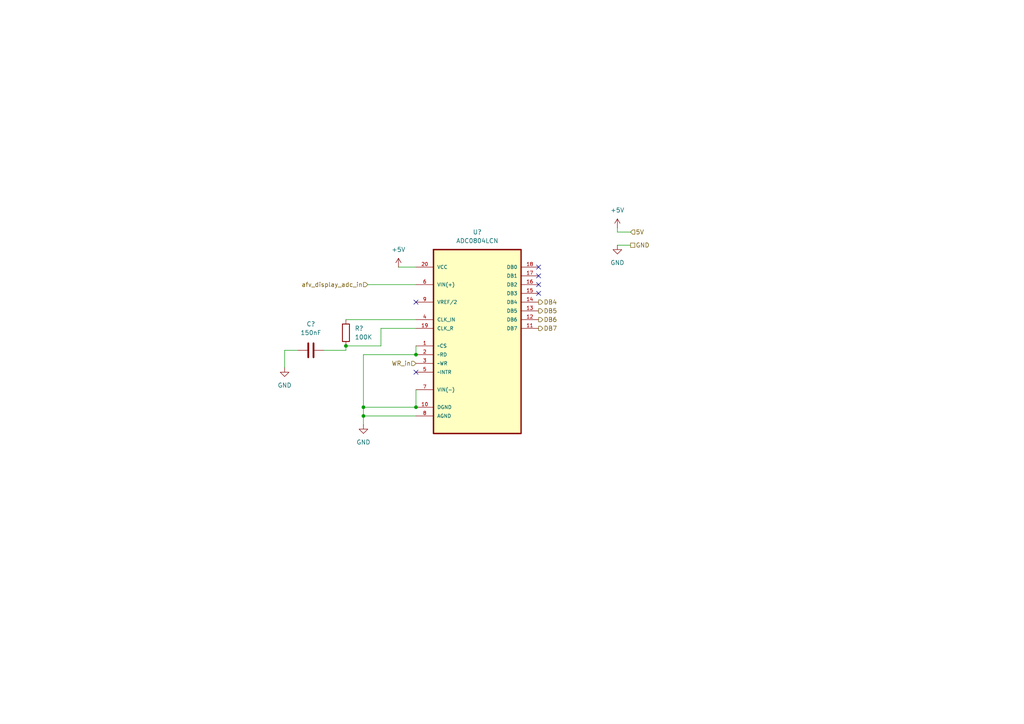
<source format=kicad_sch>
(kicad_sch (version 20231120) (generator "eeschema") (generator_version "8.0")
  (paper "A4")
  (lib_symbols
    (symbol "ADC0804LCN:ADC0804LCN" (pin_names (offset 1.016))
      (property "Reference" "U" (at -5.8785 24.6338 0))
      (property "Value" "ADC0804LCN" (at -5.1859 -33.4032 0))
      (symbol "ADC0804LCN_0_0"
        (rectangle (start -12.7 -30.48) (end 12.7 22.86) (stroke (width 0.4064)) (fill (type background)))
        (pin input line (at -17.78 -5.08 0) (length 5.08) (name "~CS") (number "1"))
        (pin passive line (at -17.78 -22.86 0) (length 5.08) (name "DGND") (number "10"))
        (pin passive line (at 17.78 0 180) (length 5.08) (name "DB7") (number "11"))
        (pin passive line (at 17.78 2.54 180) (length 5.08) (name "DB6") (number "12"))
        (pin passive line (at 17.78 5.08 180) (length 5.08) (name "DB5") (number "13"))
        (pin passive line (at 17.78 7.62 180) (length 5.08) (name "DB4") (number "14"))
        (pin passive line (at 17.78 10.16 180) (length 5.08) (name "DB3") (number "15"))
        (pin passive line (at 17.78 12.7 180) (length 5.08) (name "DB2") (number "16"))
        (pin passive line (at 17.78 15.24 180) (length 5.08) (name "DB1") (number "17"))
        (pin passive line (at 17.78 17.78 180) (length 5.08) (name "DB0") (number "18"))
        (pin input line (at -17.78 0 0) (length 5.08) (name "CLK_R") (number "19"))
        (pin input line (at -17.78 -7.62 0) (length 5.08) (name "~RD") (number "2"))
        (pin power_in line (at -17.78 17.78 0) (length 5.08) (name "VCC") (number "20"))
        (pin input line (at -17.78 -10.16 0) (length 5.08) (name "~WR") (number "3"))
        (pin input line (at -17.78 2.54 0) (length 5.08) (name "CLK_IN") (number "4"))
        (pin input line (at -17.78 -12.7 0) (length 5.08) (name "~INTR") (number "5"))
        (pin power_in line (at -17.78 -17.78 0) (length 5.08) (name "VIN(-)") (number "7"))
        (pin passive line (at -17.78 -25.4 0) (length 5.08) (name "AGND") (number "8"))
        (pin input line (at -17.78 7.62 0) (length 5.08) (name "VREF/2") (number "9"))
      )
      (symbol "ADC0804LCN_1_0"
        (pin input line (at -17.78 12.7 0) (length 5.08) (name "VIN(+)") (number "6"))
      )
    )
    (symbol "Device:C" (pin_numbers hide) (pin_names (offset 0.254))
      (property "Reference" "C" (at 0.635 2.54 0))
      (property "Value" "C" (at 0.635 -2.54 0))
      (symbol "C_0_1"
        (polyline (pts (xy -2.032 -0.762) (xy 2.032 -0.762)) (stroke (width 0.508)))
        (polyline (pts (xy -2.032 0.762) (xy 2.032 0.762)) (stroke (width 0.508)))
      )
      (symbol "C_1_1"
        (pin passive line (at 0 3.81 270) (length 2.794) (name "~") (number "1"))
        (pin passive line (at 0 -3.81 90) (length 2.794) (name "~") (number "2"))
      )
    )
    (symbol "Device:R" (pin_numbers hide) (pin_names (offset 0))
      (property "Reference" "R" (at 2.032 0 90))
      (property "Value" "R" (at 0 0 90))
      (symbol "R_0_1"
        (rectangle (start -1.016 -2.54) (end 1.016 2.54) (stroke (width 0.254)))
      )
      (symbol "R_1_1"
        (pin passive line (at 0 3.81 270) (length 1.27) (name "~") (number "1"))
        (pin passive line (at 0 -3.81 90) (length 1.27) (name "~") (number "2"))
      )
    )
    (symbol "power:+5V" (power) (pin_numbers hide) (pin_names (offset 0) hide)
      (property "Value" "+5V" (at 0 3.556 0))
      (symbol "+5V_0_1"
        (polyline (pts (xy -0.762 1.27) (xy 0 2.54)))
        (polyline (pts (xy 0 0) (xy 0 2.54)))
        (polyline (pts (xy 0 2.54) (xy 0.762 1.27)))
      )
      (symbol "+5V_1_1"
        (pin power_in line (at 0 0 90) (length 0) (name "~") (number "1"))
      )
    )
    (symbol "power:GND" (power) (pin_numbers hide) (pin_names (offset 0) hide)
      (property "Value" "GND" (at 0 -3.81 0))
      (symbol "GND_0_1"
        (polyline (pts (xy 0 0) (xy 0 -1.27) (xy 1.27 -1.27) (xy 0 -2.54) (xy -1.27 -1.27) (xy 0 -1.27)))
      )
      (symbol "GND_1_1"
        (pin power_in line (at 0 0 270) (length 0) (name "~") (number "1"))
      )
    )
  )
  (junction (at 105.41 118.11))
  (junction (at 120.65 102.87))
  (junction (at 105.41 120.65))
  (junction (at 120.65 118.11))
  (junction (at 100.33 100.33))
  (no_connect (at 156.21 82.55))
  (no_connect (at 156.21 80.01))
  (no_connect (at 120.65 107.95))
  (no_connect (at 156.21 77.47))
  (no_connect (at 156.21 85.09))
  (no_connect (at 120.65 87.63))
  (wire (pts (xy 120.65 100.33) (xy 120.65 102.87)))
  (wire (pts (xy 100.33 100.33) (xy 100.33 101.6)))
  (wire (pts (xy 105.41 102.87) (xy 105.41 118.11)))
  (wire (pts (xy 115.57 77.47) (xy 120.65 77.47)))
  (wire (pts (xy 100.33 101.6) (xy 93.98 101.6)))
  (wire (pts (xy 179.07 71.12) (xy 182.88 71.12)))
  (wire (pts (xy 82.55 101.6) (xy 82.55 106.68)))
  (wire (pts (xy 110.49 95.25) (xy 110.49 100.33)))
  (wire (pts (xy 105.41 120.65) (xy 120.65 120.65)))
  (wire (pts (xy 179.07 67.31) (xy 179.07 66.04)))
  (wire (pts (xy 105.41 118.11) (xy 120.65 118.11)))
  (wire (pts (xy 86.36 101.6) (xy 82.55 101.6)))
  (wire (pts (xy 110.49 100.33) (xy 100.33 100.33)))
  (wire (pts (xy 100.33 92.71) (xy 120.65 92.71)))
  (wire (pts (xy 120.65 113.03) (xy 120.65 118.11)))
  (wire (pts (xy 182.88 67.31) (xy 179.07 67.31)))
  (wire (pts (xy 105.41 120.65) (xy 105.41 123.19)))
  (wire (pts (xy 105.41 118.11) (xy 105.41 120.65)))
  (wire (pts (xy 120.65 102.87) (xy 105.41 102.87)))
  (wire (pts (xy 106.68 82.55) (xy 120.65 82.55)))
  (wire (pts (xy 120.65 95.25) (xy 110.49 95.25)))
  (hierarchical_label "GND" (shape passive) (at 182.88 71.12 0))
  (hierarchical_label "DB4" (shape output) (at 156.21 87.63 0))
  (hierarchical_label "DB5" (shape output) (at 156.21 90.17 0))
  (hierarchical_label "afv_display_adc_in" (shape input) (at 106.68 82.55 180))
  (hierarchical_label "WR_in" (shape input) (at 120.65 105.41 180))
  (hierarchical_label "5V" (shape input) (at 182.88 67.31 0))
  (hierarchical_label "DB7" (shape output) (at 156.21 95.25 0))
  (hierarchical_label "DB6" (shape output) (at 156.21 92.71 0))
  (symbol (lib_id "ADC0804LCN:ADC0804LCN") (at 138.43 95.25 0) (unit 1)
    (property "Reference" "U?" (at 138.43 67.31 0))
    (property "Value" "ADC0804LCN" (at 138.43 69.85 0))
    (property "Footprint" "Package_DIP:DIP-20_W7.62mm_LongPads" (effects (hide yes)))
    (property "MF" "Texas Instruments" (effects (hide yes)))
    (property "Description_1" "\n                        \n                            8 Bit Analog to Digital Converter 1 Input 1 SAR 20-PDIP\n                        \n" (effects (hide yes)))
    (property "PACKAGE" "20-DIP" (effects (hide yes)))
    (property "MPN" "ADC0804LCN" (effects (hide yes)))
    (property "Price" "None" (effects (hide yes)))
    (property "Package" "DIP-20 Texas Instruments" (effects (hide yes)))
    (property "OC_FARNELL" "9486593" (effects (hide yes)))
    (property "SnapEDA_Link" "https://www.snapeda.com/parts/ADC0804LCN/Texas+Instruments/view-part/?ref=snap" (effects (hide yes)))
    (property "MP" "ADC0804LCN" (effects (hide yes)))
    (property "SUPPLIER" "National Semiconductor" (effects (hide yes)))
    (property "OC_NEWARK" "07B4596" (effects (hide yes)))
    (property "Availability" "In Stock" (effects (hide yes)))
    (property "Check_prices" "https://www.snapeda.com/parts/ADC0804LCN/Texas+Instruments/view-part/?ref=eda" (effects (hide yes)))
  )
  (symbol (lib_id "Device:C") (at 90.17 101.6 90) (unit 1)
    (property "Reference" "C?" (at 90.17 93.98 90))
    (property "Value" "150nF" (at 90.17 96.52 90))
    (property "Footprint" "Capacitor_THT:C_Disc_D7.0mm_W2.5mm_P5.00mm" (effects (hide yes)))
    (property "Description" "Unpolarized capacitor" (effects (hide yes)))
  )
  (symbol (lib_id "power:GND") (at 82.55 106.68 0) (unit 1)
    (property "Reference" "#PWR?" (effects (hide yes)))
    (property "Value" "GND" (at 82.55 111.76 0))
    (property "Description" "Power symbol creates a global label with name \"GND\" , ground" (effects (hide yes)))
  )
  (symbol (lib_id "power:GND") (at 179.07 71.12 0) (unit 1)
    (property "Reference" "#PWR?" (effects (hide yes)))
    (property "Value" "GND" (at 179.07 76.2 0))
    (property "Description" "Power symbol creates a global label with name \"GND\" , ground" (effects (hide yes)))
  )
  (symbol (lib_id "power:+5V") (at 179.07 66.04 0) (unit 1)
    (property "Reference" "#PWR?" (effects (hide yes)))
    (property "Value" "+5V" (at 179.07 60.96 0))
    (property "Description" "Power symbol creates a global label with name \"+5V\"" (effects (hide yes)))
  )
  (symbol (lib_id "Device:R") (at 100.33 96.52 0) (unit 1)
    (property "Reference" "R?" (at 102.87 95.2499 0) (effects (justify left)))
    (property "Value" "100K" (at 102.87 97.7899 0) (effects (justify left)))
    (property "Footprint" "Resistor_THT:R_Axial_DIN0204_L3.6mm_D1.6mm_P5.08mm_Horizontal" (effects (hide yes)))
    (property "Description" "Resistor" (effects (hide yes)))
  )
  (symbol (lib_id "power:+5V") (at 115.57 77.47 0) (unit 1)
    (property "Reference" "#PWR?" (effects (hide yes)))
    (property "Value" "+5V" (at 115.57 72.39 0))
    (property "Description" "Power symbol creates a global label with name \"+5V\"" (effects (hide yes)))
  )
  (symbol (lib_id "power:GND") (at 105.41 123.19 0) (unit 1)
    (property "Reference" "#PWR?" (effects (hide yes)))
    (property "Value" "GND" (at 105.41 128.27 0))
    (property "Description" "Power symbol creates a global label with name \"GND\" , ground" (effects (hide yes)))
  )
)
</source>
